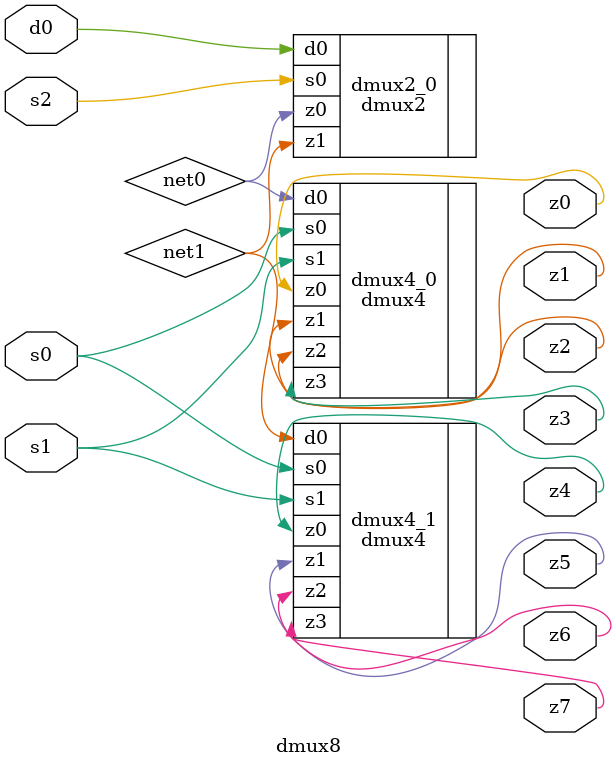
<source format=v>

`include "../../../combinational_logic_design/demultiplexers/dmux4/dmux4.v"

module dmux8(s0, s1, s2, d0, z0, z1, z2, z3, z4, z5, z6, z7);

// define inputs and outputs
input s0, s1, s2;
input d0;
output z0, z1, z2, z3, z4, z5, z6, z7;

// define internal nets
wire net0, net1;

// instantiate the logic gates
dmux2 dmux2_0 (.s0(s2), .d0(d0), .z0(net0), .z1(net1));
dmux4 dmux4_0 (.s0(s0), .s1(s1), .d0(net0), .z0(z0), .z1(z1), .z2(z2), .z3(z3));
dmux4 dmux4_1 (.s0(s0), .s1(s1), .d0(net1), .z0(z4), .z1(z5), .z2(z6), .z3(z7));

endmodule

</source>
